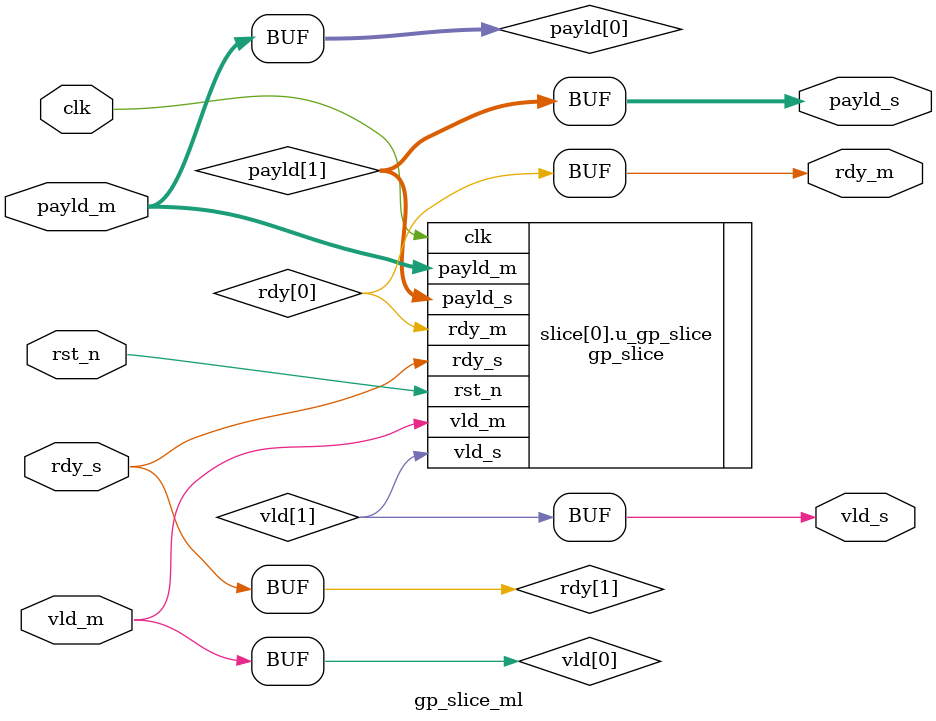
<source format=v>

module gp_slice_ml #(
    parameter NUM_LEVELS    = 1,
    parameter PAYLD_WIDTH   = 32'd32,
    parameter MODE          = 0, // slice mode: 0 -- full, 1 -- forward, 2 -- reverse, 3 -- bypass
    parameter SYNC_RESET    = 0
)
(
    input                       clk,
    input                       rst_n,

    input                       vld_m,
    output                      rdy_m,
    input  [PAYLD_WIDTH-1:0]    payld_m,
    output                      vld_s,
    input                       rdy_s,
    output [PAYLD_WIDTH-1:0]    payld_s
);

wire                    vld[NUM_LEVELS:0];
wire                    rdy[NUM_LEVELS:0];
wire [PAYLD_WIDTH-1:0]  payld[NUM_LEVELS:0];

genvar                  i;

assign vld[0]   = vld_m;
assign rdy_m    = rdy[0];
assign payld[0] = payld_m;

assign vld_s           = vld[NUM_LEVELS];
assign rdy[NUM_LEVELS] = rdy_s;
assign payld_s         = payld[NUM_LEVELS];

generate for (i=0; i<NUM_LEVELS; i=i+1) begin: slice

    gp_slice #(
        .PAYLD_WIDTH    (PAYLD_WIDTH    ),
        .MODE           (MODE           ),
        .SYNC_RESET     (SYNC_RESET     )
    ) u_gp_slice (
        .clk            (clk            ),
        .rst_n          (rst_n          ),
        .vld_m          (vld[i]         ),
        .rdy_m          (rdy[i]         ),
        .payld_m        (payld[i]       ),
        .vld_s          (vld[i+1]       ),
        .rdy_s          (rdy[i+1]       ),
        .payld_s        (payld[i+1]     )
    );

end
endgenerate

endmodule

</source>
